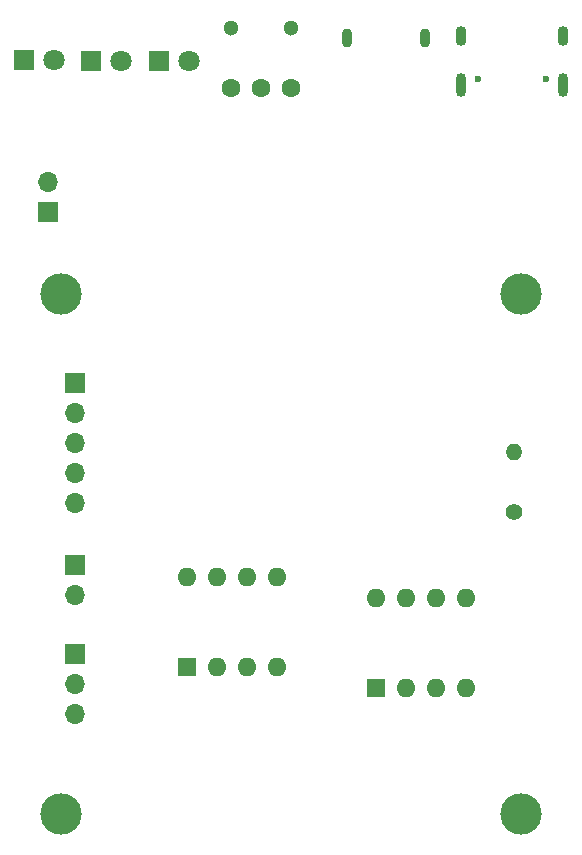
<source format=gbr>
%TF.GenerationSoftware,KiCad,Pcbnew,8.0.3*%
%TF.CreationDate,2024-07-14T14:59:13-06:00*%
%TF.ProjectId,PowerSupplyBoard,506f7765-7253-4757-9070-6c79426f6172,rev?*%
%TF.SameCoordinates,Original*%
%TF.FileFunction,Soldermask,Bot*%
%TF.FilePolarity,Negative*%
%FSLAX46Y46*%
G04 Gerber Fmt 4.6, Leading zero omitted, Abs format (unit mm)*
G04 Created by KiCad (PCBNEW 8.0.3) date 2024-07-14 14:59:13*
%MOMM*%
%LPD*%
G01*
G04 APERTURE LIST*
%ADD10C,0.600000*%
%ADD11O,0.900000X2.000000*%
%ADD12O,0.900000X1.700000*%
%ADD13R,1.600000X1.600000*%
%ADD14O,1.600000X1.600000*%
%ADD15O,1.700000X1.700000*%
%ADD16R,1.700000X1.700000*%
%ADD17R,1.800000X1.800000*%
%ADD18C,1.800000*%
%ADD19C,1.400000*%
%ADD20O,1.400000X1.400000*%
%ADD21O,0.900000X1.600000*%
%ADD22C,3.500000*%
%ADD23C,1.300000*%
%ADD24C,1.600000*%
G04 APERTURE END LIST*
D10*
%TO.C,J103*%
X46090000Y-5800001D03*
X40310000Y-5800001D03*
D11*
X47520000Y-6280001D03*
D12*
X47520000Y-2110001D03*
D11*
X38880000Y-6280001D03*
D12*
X38880000Y-2110001D03*
%TD*%
D13*
%TO.C,U103*%
X15740000Y-55540000D03*
D14*
X18280000Y-55540000D03*
X20819999Y-55540000D03*
X23360000Y-55540000D03*
X23360000Y-47920000D03*
X20820000Y-47920000D03*
X18280000Y-47920000D03*
X15740000Y-47920000D03*
%TD*%
D15*
%TO.C,J105*%
X6200000Y-59555000D03*
X6200000Y-57015000D03*
D16*
X6200000Y-54475000D03*
%TD*%
%TO.C,J101*%
X3950000Y-17000000D03*
D15*
X3950000Y-14460000D03*
%TD*%
D17*
%TO.C,D102*%
X7600000Y-4225000D03*
D18*
X10140000Y-4225000D03*
%TD*%
D19*
%TO.C,R115*%
X43375000Y-42454999D03*
D20*
X43375000Y-37375000D03*
%TD*%
D17*
%TO.C,D101*%
X1950000Y-4175000D03*
D18*
X4490000Y-4175000D03*
%TD*%
D16*
%TO.C,J104*%
X6200000Y-31535000D03*
D15*
X6200000Y-34075000D03*
X6200000Y-36615000D03*
X6200000Y-39155000D03*
X6200000Y-41695000D03*
%TD*%
D21*
%TO.C,J106*%
X35849999Y-2325000D03*
X29250001Y-2325000D03*
%TD*%
D13*
%TO.C,U104*%
X31722500Y-57350000D03*
D14*
X34262500Y-57350000D03*
X36802499Y-57350000D03*
X39342500Y-57350000D03*
X39342500Y-49730000D03*
X36802500Y-49730000D03*
X34262500Y-49730000D03*
X31722500Y-49730000D03*
%TD*%
D22*
%TO.C,REF\u002A\u002A*%
X44000000Y-24000000D03*
%TD*%
D17*
%TO.C,D105*%
X13300000Y-4225000D03*
D18*
X15840000Y-4225000D03*
%TD*%
D22*
%TO.C,REF\u002A\u002A*%
X44000000Y-68000000D03*
%TD*%
D23*
%TO.C,SW101*%
X24514201Y-1422101D03*
X19434201Y-1422100D03*
D24*
X24514201Y-6502100D03*
X21974201Y-6502100D03*
X19434202Y-6502100D03*
%TD*%
D22*
%TO.C,REF\u002A\u002A*%
X5000000Y-68000000D03*
%TD*%
%TO.C,REF\u002A\u002A*%
X5000000Y-24000000D03*
%TD*%
D16*
%TO.C,J102*%
X6200000Y-46915000D03*
D15*
X6200000Y-49455000D03*
%TD*%
M02*

</source>
